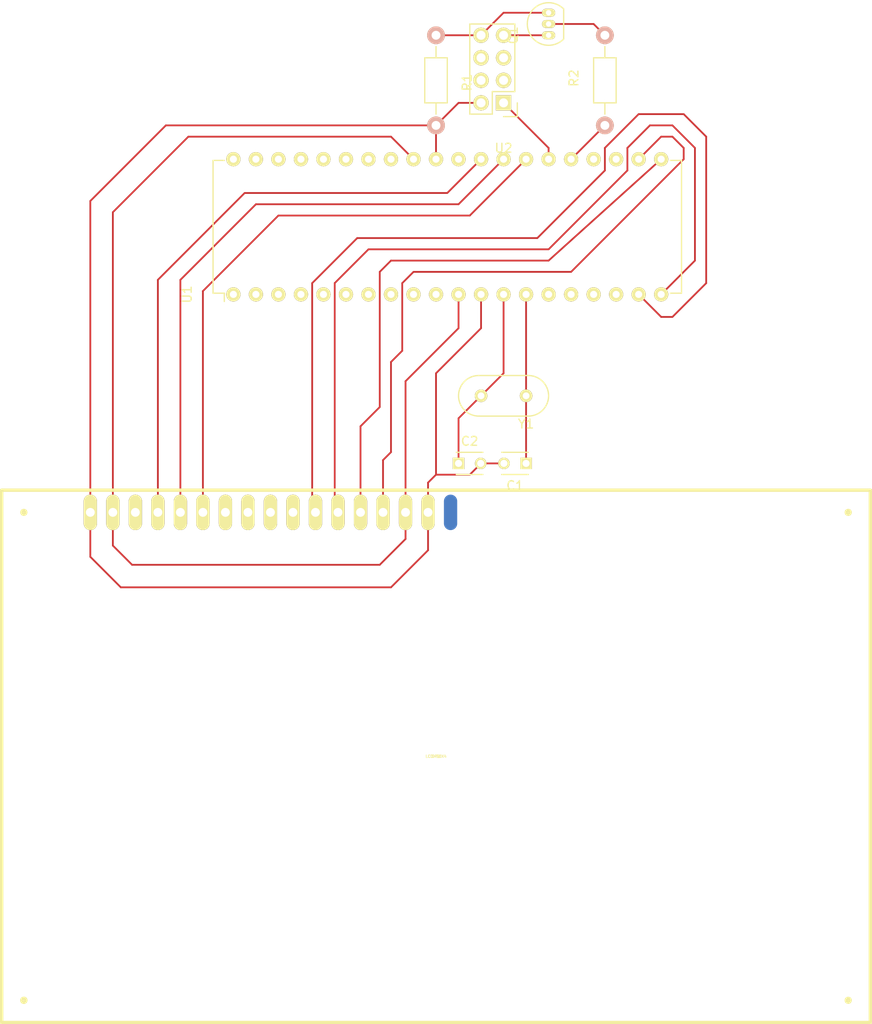
<source format=kicad_pcb>
(kicad_pcb (version 4) (host pcbnew 4.0.1-stable)

  (general
    (links 27)
    (no_connects 1)
    (area 56.020359 78.374999 154.799641 194.220441)
    (thickness 1.6)
    (drawings 0)
    (tracks 101)
    (zones 0)
    (modules 9)
    (nets 51)
  )

  (page A4)
  (layers
    (0 F.Cu signal)
    (31 B.Cu signal)
    (32 B.Adhes user)
    (33 F.Adhes user)
    (34 B.Paste user)
    (35 F.Paste user)
    (36 B.SilkS user)
    (37 F.SilkS user)
    (38 B.Mask user)
    (39 F.Mask user)
    (40 Dwgs.User user)
    (41 Cmts.User user)
    (42 Eco1.User user)
    (43 Eco2.User user)
    (44 Edge.Cuts user)
    (45 Margin user)
    (46 B.CrtYd user)
    (47 F.CrtYd user)
    (48 B.Fab user)
    (49 F.Fab user)
  )

  (setup
    (last_trace_width 0.2)
    (trace_clearance 0.2)
    (zone_clearance 0.508)
    (zone_45_only no)
    (trace_min 0.2)
    (segment_width 0.2)
    (edge_width 0.15)
    (via_size 0.6)
    (via_drill 0.4)
    (via_min_size 0.4)
    (via_min_drill 0.3)
    (uvia_size 0.3)
    (uvia_drill 0.1)
    (uvias_allowed no)
    (uvia_min_size 0.2)
    (uvia_min_drill 0.1)
    (pcb_text_width 0.3)
    (pcb_text_size 1.5 1.5)
    (mod_edge_width 0.15)
    (mod_text_size 1 1)
    (mod_text_width 0.15)
    (pad_size 1.524 1.524)
    (pad_drill 0.762)
    (pad_to_mask_clearance 0.2)
    (aux_axis_origin 0 0)
    (visible_elements 7FFFFFFF)
    (pcbplotparams
      (layerselection 0x00030_80000001)
      (usegerberextensions false)
      (excludeedgelayer true)
      (linewidth 0.100000)
      (plotframeref false)
      (viasonmask false)
      (mode 1)
      (useauxorigin false)
      (hpglpennumber 1)
      (hpglpenspeed 20)
      (hpglpendiameter 15)
      (hpglpenoverlay 2)
      (psnegative false)
      (psa4output false)
      (plotreference true)
      (plotvalue true)
      (plotinvisibletext false)
      (padsonsilk false)
      (subtractmaskfromsilk false)
      (outputformat 1)
      (mirror false)
      (drillshape 1)
      (scaleselection 1)
      (outputdirectory ""))
  )

  (net 0 "")
  (net 1 OSC2)
  (net 2 GND)
  (net 3 "Net-(C2-Pad1)")
  (net 4 +5V)
  (net 5 Contrast)
  (net 6 LCD_RS)
  (net 7 LCD_RW)
  (net 8 LCD_EN)
  (net 9 "Net-(DP1-Pad7)")
  (net 10 "Net-(DP1-Pad8)")
  (net 11 "Net-(DP1-Pad9)")
  (net 12 "Net-(DP1-Pad10)")
  (net 13 "Net-(DP1-Pad11)")
  (net 14 "Net-(DP1-Pad12)")
  (net 15 "Net-(DP1-Pad13)")
  (net 16 "Net-(DP1-Pad14)")
  (net 17 "Net-(Q1-Pad2)")
  (net 18 "Net-(Q1-Pad3)")
  (net 19 3V3)
  (net 20 "Net-(R2-Pad1)")
  (net 21 "Net-(U1-Pad1)")
  (net 22 Temperature_ADC)
  (net 23 Pressure_ADC)
  (net 24 Humidity_ADC)
  (net 25 "Net-(U1-Pad5)")
  (net 26 "Net-(U1-Pad6)")
  (net 27 "Net-(U1-Pad7)")
  (net 28 "Net-(U1-Pad8)")
  (net 29 "Net-(U1-Pad9)")
  (net 30 "Net-(U1-Pad10)")
  (net 31 "Net-(U1-Pad15)")
  (net 32 "Net-(U1-Pad16)")
  (net 33 "Net-(U1-Pad17)")
  (net 34 "Net-(U1-Pad18)")
  (net 35 "Net-(U1-Pad23)")
  (net 36 "Net-(U1-Pad24)")
  (net 37 PIC_RX)
  (net 38 "Net-(U1-Pad30)")
  (net 39 "Net-(U1-Pad33)")
  (net 40 "Net-(U1-Pad34)")
  (net 41 "Net-(U1-Pad35)")
  (net 42 "Net-(U1-Pad36)")
  (net 43 "Net-(U1-Pad37)")
  (net 44 "Net-(U1-Pad38)")
  (net 45 "Net-(U1-Pad39)")
  (net 46 "Net-(U1-Pad40)")
  (net 47 "Net-(U2-Pad3)")
  (net 48 "Net-(U2-Pad4)")
  (net 49 "Net-(U2-Pad5)")
  (net 50 "Net-(U2-Pad6)")

  (net_class Default "This is the default net class."
    (clearance 0.2)
    (trace_width 0.2)
    (via_dia 0.6)
    (via_drill 0.4)
    (uvia_dia 0.3)
    (uvia_drill 0.1)
    (add_net +5V)
    (add_net 3V3)
    (add_net Contrast)
    (add_net GND)
    (add_net Humidity_ADC)
    (add_net LCD_EN)
    (add_net LCD_RS)
    (add_net LCD_RW)
    (add_net "Net-(C2-Pad1)")
    (add_net "Net-(DP1-Pad10)")
    (add_net "Net-(DP1-Pad11)")
    (add_net "Net-(DP1-Pad12)")
    (add_net "Net-(DP1-Pad13)")
    (add_net "Net-(DP1-Pad14)")
    (add_net "Net-(DP1-Pad7)")
    (add_net "Net-(DP1-Pad8)")
    (add_net "Net-(DP1-Pad9)")
    (add_net "Net-(Q1-Pad2)")
    (add_net "Net-(Q1-Pad3)")
    (add_net "Net-(R2-Pad1)")
    (add_net "Net-(U1-Pad1)")
    (add_net "Net-(U1-Pad10)")
    (add_net "Net-(U1-Pad15)")
    (add_net "Net-(U1-Pad16)")
    (add_net "Net-(U1-Pad17)")
    (add_net "Net-(U1-Pad18)")
    (add_net "Net-(U1-Pad23)")
    (add_net "Net-(U1-Pad24)")
    (add_net "Net-(U1-Pad30)")
    (add_net "Net-(U1-Pad33)")
    (add_net "Net-(U1-Pad34)")
    (add_net "Net-(U1-Pad35)")
    (add_net "Net-(U1-Pad36)")
    (add_net "Net-(U1-Pad37)")
    (add_net "Net-(U1-Pad38)")
    (add_net "Net-(U1-Pad39)")
    (add_net "Net-(U1-Pad40)")
    (add_net "Net-(U1-Pad5)")
    (add_net "Net-(U1-Pad6)")
    (add_net "Net-(U1-Pad7)")
    (add_net "Net-(U1-Pad8)")
    (add_net "Net-(U1-Pad9)")
    (add_net "Net-(U2-Pad3)")
    (add_net "Net-(U2-Pad4)")
    (add_net "Net-(U2-Pad5)")
    (add_net "Net-(U2-Pad6)")
    (add_net OSC2)
    (add_net PIC_RX)
    (add_net Pressure_ADC)
    (add_net Temperature_ADC)
  )

  (module Capacitors_ThroughHole:C_Disc_D3_P2.5 (layer F.Cu) (tedit 0) (tstamp 576AA766)
    (at 115.57 130.81 180)
    (descr "Capacitor 3mm Disc, Pitch 2.5mm")
    (tags Capacitor)
    (path /576A90BC)
    (fp_text reference C1 (at 1.25 -2.5 180) (layer F.SilkS)
      (effects (font (size 1 1) (thickness 0.15)))
    )
    (fp_text value 22pF (at 1.25 2.5 180) (layer F.Fab)
      (effects (font (size 1 1) (thickness 0.15)))
    )
    (fp_line (start -0.9 -1.5) (end 3.4 -1.5) (layer F.CrtYd) (width 0.05))
    (fp_line (start 3.4 -1.5) (end 3.4 1.5) (layer F.CrtYd) (width 0.05))
    (fp_line (start 3.4 1.5) (end -0.9 1.5) (layer F.CrtYd) (width 0.05))
    (fp_line (start -0.9 1.5) (end -0.9 -1.5) (layer F.CrtYd) (width 0.05))
    (fp_line (start -0.25 -1.25) (end 2.75 -1.25) (layer F.SilkS) (width 0.15))
    (fp_line (start 2.75 1.25) (end -0.25 1.25) (layer F.SilkS) (width 0.15))
    (pad 1 thru_hole rect (at 0 0 180) (size 1.3 1.3) (drill 0.8) (layers *.Cu *.Mask F.SilkS)
      (net 1 OSC2))
    (pad 2 thru_hole circle (at 2.5 0 180) (size 1.3 1.3) (drill 0.8001) (layers *.Cu *.Mask F.SilkS)
      (net 2 GND))
    (model Capacitors_ThroughHole.3dshapes/C_Disc_D3_P2.5.wrl
      (at (xyz 0.0492126 0 0))
      (scale (xyz 1 1 1))
      (rotate (xyz 0 0 0))
    )
  )

  (module Capacitors_ThroughHole:C_Disc_D3_P2.5 (layer F.Cu) (tedit 0) (tstamp 576AA76C)
    (at 107.95 130.81)
    (descr "Capacitor 3mm Disc, Pitch 2.5mm")
    (tags Capacitor)
    (path /576A92E7)
    (fp_text reference C2 (at 1.25 -2.5) (layer F.SilkS)
      (effects (font (size 1 1) (thickness 0.15)))
    )
    (fp_text value 22pF (at 1.25 2.5) (layer F.Fab)
      (effects (font (size 1 1) (thickness 0.15)))
    )
    (fp_line (start -0.9 -1.5) (end 3.4 -1.5) (layer F.CrtYd) (width 0.05))
    (fp_line (start 3.4 -1.5) (end 3.4 1.5) (layer F.CrtYd) (width 0.05))
    (fp_line (start 3.4 1.5) (end -0.9 1.5) (layer F.CrtYd) (width 0.05))
    (fp_line (start -0.9 1.5) (end -0.9 -1.5) (layer F.CrtYd) (width 0.05))
    (fp_line (start -0.25 -1.25) (end 2.75 -1.25) (layer F.SilkS) (width 0.15))
    (fp_line (start 2.75 1.25) (end -0.25 1.25) (layer F.SilkS) (width 0.15))
    (pad 1 thru_hole rect (at 0 0) (size 1.3 1.3) (drill 0.8) (layers *.Cu *.Mask F.SilkS)
      (net 3 "Net-(C2-Pad1)"))
    (pad 2 thru_hole circle (at 2.5 0) (size 1.3 1.3) (drill 0.8001) (layers *.Cu *.Mask F.SilkS)
      (net 2 GND))
    (model Capacitors_ThroughHole.3dshapes/C_Disc_D3_P2.5.wrl
      (at (xyz 0.0492126 0 0))
      (scale (xyz 1 1 1))
      (rotate (xyz 0 0 0))
    )
  )

  (module ThinkerForge:LCD-20x4 (layer F.Cu) (tedit 507F9DBA) (tstamp 576AA781)
    (at 105.41 163.83)
    (path /576946D8)
    (attr smd)
    (fp_text reference DP1 (at 0 0) (layer F.SilkS)
      (effects (font (size 0.29972 0.29972) (thickness 0.0762)))
    )
    (fp_text value LCD-20X4 (at 0 0) (layer F.SilkS)
      (effects (font (size 0.29972 0.29972) (thickness 0.0762)))
    )
    (fp_circle (center -46.49978 -27.50058) (end -46.49978 -27.47518) (layer F.SilkS) (width 0.381))
    (fp_circle (center 46.49978 -27.50058) (end 46.49978 -27.47518) (layer F.SilkS) (width 0.381))
    (fp_circle (center 46.49978 27.50058) (end 46.49978 27.52598) (layer F.SilkS) (width 0.381))
    (fp_circle (center -46.49978 27.50058) (end -46.47438 27.52598) (layer F.SilkS) (width 0.381))
    (fp_line (start -48.99914 -29.99994) (end 48.99914 -29.99994) (layer F.SilkS) (width 0.381))
    (fp_line (start 48.99914 -29.99994) (end 48.99914 29.99994) (layer F.SilkS) (width 0.381))
    (fp_line (start 48.99914 29.99994) (end -48.99914 29.99994) (layer F.SilkS) (width 0.381))
    (fp_line (start -48.99914 29.99994) (end -48.99914 -29.99994) (layer F.SilkS) (width 0.381))
    (pad 1 thru_hole oval (at -38.99916 -27.50058) (size 1.50114 4.0005) (drill 1.00076) (layers *.Cu *.Mask F.SilkS)
      (net 2 GND))
    (pad 2 thru_hole oval (at -36.45916 -27.50058) (size 1.50114 4.0005) (drill 1.00076) (layers *.Cu *.Mask F.SilkS)
      (net 4 +5V))
    (pad 3 thru_hole oval (at -33.91916 -27.50058) (size 1.50114 4.0005) (drill 1.00076) (layers *.Cu *.Mask F.SilkS)
      (net 5 Contrast))
    (pad 4 thru_hole oval (at -31.37916 -27.50058) (size 1.50114 4.0005) (drill 1.00076) (layers *.Cu *.Mask F.SilkS)
      (net 6 LCD_RS))
    (pad 5 thru_hole oval (at -28.83916 -27.50058) (size 1.50114 4.0005) (drill 1.00076) (layers *.Cu *.Mask F.SilkS)
      (net 7 LCD_RW))
    (pad 6 thru_hole oval (at -26.29916 -27.50058) (size 1.50114 4.0005) (drill 1.00076) (layers *.Cu *.Mask F.SilkS)
      (net 8 LCD_EN))
    (pad 7 thru_hole oval (at -23.75916 -27.50058) (size 1.50114 4.0005) (drill 1.00076) (layers *.Cu *.Mask F.SilkS)
      (net 9 "Net-(DP1-Pad7)"))
    (pad 8 thru_hole oval (at -21.21916 -27.50058) (size 1.50114 4.0005) (drill 1.00076) (layers *.Cu *.Mask F.SilkS)
      (net 10 "Net-(DP1-Pad8)"))
    (pad 9 thru_hole oval (at -18.67916 -27.50058) (size 1.50114 4.0005) (drill 1.00076) (layers *.Cu *.Mask F.SilkS)
      (net 11 "Net-(DP1-Pad9)"))
    (pad 10 thru_hole oval (at -16.13916 -27.50058) (size 1.50114 4.0005) (drill 1.00076) (layers *.Cu *.Mask F.SilkS)
      (net 12 "Net-(DP1-Pad10)"))
    (pad 11 thru_hole oval (at -13.59916 -27.50058) (size 1.50114 4.0005) (drill 1.00076) (layers *.Cu *.Mask F.SilkS)
      (net 13 "Net-(DP1-Pad11)"))
    (pad 12 thru_hole oval (at -11.05916 -27.50058) (size 1.50114 4.0005) (drill 1.00076) (layers *.Cu *.Mask F.SilkS)
      (net 14 "Net-(DP1-Pad12)"))
    (pad 13 thru_hole oval (at -8.51916 -27.50058) (size 1.50114 4.0005) (drill 1.00076) (layers *.Cu *.Mask F.SilkS)
      (net 15 "Net-(DP1-Pad13)"))
    (pad 14 thru_hole oval (at -5.97916 -27.50058) (size 1.50114 4.0005) (drill 1.00076) (layers *.Cu *.Mask F.SilkS)
      (net 16 "Net-(DP1-Pad14)"))
    (pad 15 thru_hole oval (at -3.43916 -27.50058) (size 1.50114 4.0005) (drill 1.00076) (layers *.Cu *.Mask F.SilkS)
      (net 4 +5V))
    (pad 16 thru_hole oval (at -0.89916 -27.50058) (size 1.50114 4.0005) (drill 1.00076) (layers *.Cu *.Mask F.SilkS)
      (net 2 GND))
    (pad "" smd oval (at 1.64084 -27.50058) (size 1.50114 4.0005) (layers B.Cu B.Paste B.Mask))
  )

  (module TO_SOT_Packages_THT:TO-92_Inline_Narrow_Oval (layer F.Cu) (tedit 54F24281) (tstamp 576AA788)
    (at 118.11 82.55 90)
    (descr "TO-92 leads in-line, narrow, oval pads, drill 0.6mm (see NXP sot054_po.pdf)")
    (tags "to-92 sc-43 sc-43a sot54 PA33 transistor")
    (path /576A9ED8)
    (fp_text reference Q1 (at 0 -4 90) (layer F.SilkS)
      (effects (font (size 1 1) (thickness 0.15)))
    )
    (fp_text value 2N3904 (at 0 3 90) (layer F.Fab)
      (effects (font (size 1 1) (thickness 0.15)))
    )
    (fp_line (start -1.4 1.95) (end -1.4 -2.65) (layer F.CrtYd) (width 0.05))
    (fp_line (start -1.4 1.95) (end 3.95 1.95) (layer F.CrtYd) (width 0.05))
    (fp_line (start -0.43 1.7) (end 2.97 1.7) (layer F.SilkS) (width 0.15))
    (fp_arc (start 1.27 0) (end 1.27 -2.4) (angle -135) (layer F.SilkS) (width 0.15))
    (fp_arc (start 1.27 0) (end 1.27 -2.4) (angle 135) (layer F.SilkS) (width 0.15))
    (fp_line (start -1.4 -2.65) (end 3.95 -2.65) (layer F.CrtYd) (width 0.05))
    (fp_line (start 3.95 1.95) (end 3.95 -2.65) (layer F.CrtYd) (width 0.05))
    (pad 2 thru_hole oval (at 1.27 0 270) (size 0.89916 1.50114) (drill 0.6) (layers *.Cu *.Mask F.SilkS)
      (net 17 "Net-(Q1-Pad2)"))
    (pad 3 thru_hole oval (at 2.54 0 270) (size 0.89916 1.50114) (drill 0.6) (layers *.Cu *.Mask F.SilkS)
      (net 18 "Net-(Q1-Pad3)"))
    (pad 1 thru_hole oval (at 0 0 270) (size 0.89916 1.50114) (drill 0.6) (layers *.Cu *.Mask F.SilkS)
      (net 19 3V3))
    (model TO_SOT_Packages_THT.3dshapes/TO-92_Inline_Narrow_Oval.wrl
      (at (xyz 0.05 0 0))
      (scale (xyz 1 1 1))
      (rotate (xyz 0 0 -90))
    )
  )

  (module Resistors_ThroughHole:Resistor_Horizontal_RM10mm (layer F.Cu) (tedit 56648415) (tstamp 576AA78E)
    (at 105.41 82.55 270)
    (descr "Resistor, Axial,  RM 10mm, 1/3W")
    (tags "Resistor Axial RM 10mm 1/3W")
    (path /576A9F95)
    (fp_text reference R1 (at 5.32892 -3.50012 270) (layer F.SilkS)
      (effects (font (size 1 1) (thickness 0.15)))
    )
    (fp_text value 10kΩ (at 5.08 3.81 270) (layer F.Fab)
      (effects (font (size 1 1) (thickness 0.15)))
    )
    (fp_line (start -1.25 -1.5) (end 11.4 -1.5) (layer F.CrtYd) (width 0.05))
    (fp_line (start -1.25 1.5) (end -1.25 -1.5) (layer F.CrtYd) (width 0.05))
    (fp_line (start 11.4 -1.5) (end 11.4 1.5) (layer F.CrtYd) (width 0.05))
    (fp_line (start -1.25 1.5) (end 11.4 1.5) (layer F.CrtYd) (width 0.05))
    (fp_line (start 2.54 -1.27) (end 7.62 -1.27) (layer F.SilkS) (width 0.15))
    (fp_line (start 7.62 -1.27) (end 7.62 1.27) (layer F.SilkS) (width 0.15))
    (fp_line (start 7.62 1.27) (end 2.54 1.27) (layer F.SilkS) (width 0.15))
    (fp_line (start 2.54 1.27) (end 2.54 -1.27) (layer F.SilkS) (width 0.15))
    (fp_line (start 2.54 0) (end 1.27 0) (layer F.SilkS) (width 0.15))
    (fp_line (start 7.62 0) (end 8.89 0) (layer F.SilkS) (width 0.15))
    (pad 1 thru_hole circle (at 0 0 270) (size 1.99898 1.99898) (drill 1.00076) (layers *.Cu *.SilkS *.Mask)
      (net 18 "Net-(Q1-Pad3)"))
    (pad 2 thru_hole circle (at 10.16 0 270) (size 1.99898 1.99898) (drill 1.00076) (layers *.Cu *.SilkS *.Mask)
      (net 2 GND))
    (model Resistors_ThroughHole.3dshapes/Resistor_Horizontal_RM10mm.wrl
      (at (xyz 0.2 0 0))
      (scale (xyz 0.4 0.4 0.4))
      (rotate (xyz 0 0 0))
    )
  )

  (module Resistors_ThroughHole:Resistor_Horizontal_RM10mm (layer F.Cu) (tedit 56648415) (tstamp 576AA794)
    (at 124.46 92.71 90)
    (descr "Resistor, Axial,  RM 10mm, 1/3W")
    (tags "Resistor Axial RM 10mm 1/3W")
    (path /576AA909)
    (fp_text reference R2 (at 5.32892 -3.50012 90) (layer F.SilkS)
      (effects (font (size 1 1) (thickness 0.15)))
    )
    (fp_text value 1.2kΩ (at 5.08 3.81 90) (layer F.Fab)
      (effects (font (size 1 1) (thickness 0.15)))
    )
    (fp_line (start -1.25 -1.5) (end 11.4 -1.5) (layer F.CrtYd) (width 0.05))
    (fp_line (start -1.25 1.5) (end -1.25 -1.5) (layer F.CrtYd) (width 0.05))
    (fp_line (start 11.4 -1.5) (end 11.4 1.5) (layer F.CrtYd) (width 0.05))
    (fp_line (start -1.25 1.5) (end 11.4 1.5) (layer F.CrtYd) (width 0.05))
    (fp_line (start 2.54 -1.27) (end 7.62 -1.27) (layer F.SilkS) (width 0.15))
    (fp_line (start 7.62 -1.27) (end 7.62 1.27) (layer F.SilkS) (width 0.15))
    (fp_line (start 7.62 1.27) (end 2.54 1.27) (layer F.SilkS) (width 0.15))
    (fp_line (start 2.54 1.27) (end 2.54 -1.27) (layer F.SilkS) (width 0.15))
    (fp_line (start 2.54 0) (end 1.27 0) (layer F.SilkS) (width 0.15))
    (fp_line (start 7.62 0) (end 8.89 0) (layer F.SilkS) (width 0.15))
    (pad 1 thru_hole circle (at 0 0 90) (size 1.99898 1.99898) (drill 1.00076) (layers *.Cu *.SilkS *.Mask)
      (net 20 "Net-(R2-Pad1)"))
    (pad 2 thru_hole circle (at 10.16 0 90) (size 1.99898 1.99898) (drill 1.00076) (layers *.Cu *.SilkS *.Mask)
      (net 17 "Net-(Q1-Pad2)"))
    (model Resistors_ThroughHole.3dshapes/Resistor_Horizontal_RM10mm.wrl
      (at (xyz 0.2 0 0))
      (scale (xyz 0.4 0.4 0.4))
      (rotate (xyz 0 0 0))
    )
  )

  (module Housings_DIP:DIP-40_W15.24mm (layer F.Cu) (tedit 54130A77) (tstamp 576AA7C0)
    (at 82.55 111.76 90)
    (descr "40-lead dip package, row spacing 15.24 mm (600 mils)")
    (tags "dil dip 2.54 600")
    (path /57693FD5)
    (fp_text reference U1 (at 0 -5.22 90) (layer F.SilkS)
      (effects (font (size 1 1) (thickness 0.15)))
    )
    (fp_text value PIC18F4550 (at 0 -3.72 90) (layer F.Fab)
      (effects (font (size 1 1) (thickness 0.15)))
    )
    (fp_line (start -1.05 -2.45) (end -1.05 50.75) (layer F.CrtYd) (width 0.05))
    (fp_line (start 16.3 -2.45) (end 16.3 50.75) (layer F.CrtYd) (width 0.05))
    (fp_line (start -1.05 -2.45) (end 16.3 -2.45) (layer F.CrtYd) (width 0.05))
    (fp_line (start -1.05 50.75) (end 16.3 50.75) (layer F.CrtYd) (width 0.05))
    (fp_line (start 0.135 -2.295) (end 0.135 -1.025) (layer F.SilkS) (width 0.15))
    (fp_line (start 15.105 -2.295) (end 15.105 -1.025) (layer F.SilkS) (width 0.15))
    (fp_line (start 15.105 50.555) (end 15.105 49.285) (layer F.SilkS) (width 0.15))
    (fp_line (start 0.135 50.555) (end 0.135 49.285) (layer F.SilkS) (width 0.15))
    (fp_line (start 0.135 -2.295) (end 15.105 -2.295) (layer F.SilkS) (width 0.15))
    (fp_line (start 0.135 50.555) (end 15.105 50.555) (layer F.SilkS) (width 0.15))
    (fp_line (start 0.135 -1.025) (end -0.8 -1.025) (layer F.SilkS) (width 0.15))
    (pad 1 thru_hole oval (at 0 0 90) (size 1.6 1.6) (drill 0.8) (layers *.Cu *.Mask F.SilkS)
      (net 21 "Net-(U1-Pad1)"))
    (pad 2 thru_hole oval (at 0 2.54 90) (size 1.6 1.6) (drill 0.8) (layers *.Cu *.Mask F.SilkS)
      (net 22 Temperature_ADC))
    (pad 3 thru_hole oval (at 0 5.08 90) (size 1.6 1.6) (drill 0.8) (layers *.Cu *.Mask F.SilkS)
      (net 23 Pressure_ADC))
    (pad 4 thru_hole oval (at 0 7.62 90) (size 1.6 1.6) (drill 0.8) (layers *.Cu *.Mask F.SilkS)
      (net 24 Humidity_ADC))
    (pad 5 thru_hole oval (at 0 10.16 90) (size 1.6 1.6) (drill 0.8) (layers *.Cu *.Mask F.SilkS)
      (net 25 "Net-(U1-Pad5)"))
    (pad 6 thru_hole oval (at 0 12.7 90) (size 1.6 1.6) (drill 0.8) (layers *.Cu *.Mask F.SilkS)
      (net 26 "Net-(U1-Pad6)"))
    (pad 7 thru_hole oval (at 0 15.24 90) (size 1.6 1.6) (drill 0.8) (layers *.Cu *.Mask F.SilkS)
      (net 27 "Net-(U1-Pad7)"))
    (pad 8 thru_hole oval (at 0 17.78 90) (size 1.6 1.6) (drill 0.8) (layers *.Cu *.Mask F.SilkS)
      (net 28 "Net-(U1-Pad8)"))
    (pad 9 thru_hole oval (at 0 20.32 90) (size 1.6 1.6) (drill 0.8) (layers *.Cu *.Mask F.SilkS)
      (net 29 "Net-(U1-Pad9)"))
    (pad 10 thru_hole oval (at 0 22.86 90) (size 1.6 1.6) (drill 0.8) (layers *.Cu *.Mask F.SilkS)
      (net 30 "Net-(U1-Pad10)"))
    (pad 11 thru_hole oval (at 0 25.4 90) (size 1.6 1.6) (drill 0.8) (layers *.Cu *.Mask F.SilkS)
      (net 4 +5V))
    (pad 12 thru_hole oval (at 0 27.94 90) (size 1.6 1.6) (drill 0.8) (layers *.Cu *.Mask F.SilkS)
      (net 2 GND))
    (pad 13 thru_hole oval (at 0 30.48 90) (size 1.6 1.6) (drill 0.8) (layers *.Cu *.Mask F.SilkS)
      (net 3 "Net-(C2-Pad1)"))
    (pad 14 thru_hole oval (at 0 33.02 90) (size 1.6 1.6) (drill 0.8) (layers *.Cu *.Mask F.SilkS)
      (net 1 OSC2))
    (pad 15 thru_hole oval (at 0 35.56 90) (size 1.6 1.6) (drill 0.8) (layers *.Cu *.Mask F.SilkS)
      (net 31 "Net-(U1-Pad15)"))
    (pad 16 thru_hole oval (at 0 38.1 90) (size 1.6 1.6) (drill 0.8) (layers *.Cu *.Mask F.SilkS)
      (net 32 "Net-(U1-Pad16)"))
    (pad 17 thru_hole oval (at 0 40.64 90) (size 1.6 1.6) (drill 0.8) (layers *.Cu *.Mask F.SilkS)
      (net 33 "Net-(U1-Pad17)"))
    (pad 18 thru_hole oval (at 0 43.18 90) (size 1.6 1.6) (drill 0.8) (layers *.Cu *.Mask F.SilkS)
      (net 34 "Net-(U1-Pad18)"))
    (pad 19 thru_hole oval (at 0 45.72 90) (size 1.6 1.6) (drill 0.8) (layers *.Cu *.Mask F.SilkS)
      (net 13 "Net-(DP1-Pad11)"))
    (pad 20 thru_hole oval (at 0 48.26 90) (size 1.6 1.6) (drill 0.8) (layers *.Cu *.Mask F.SilkS)
      (net 14 "Net-(DP1-Pad12)"))
    (pad 21 thru_hole oval (at 15.24 48.26 90) (size 1.6 1.6) (drill 0.8) (layers *.Cu *.Mask F.SilkS)
      (net 15 "Net-(DP1-Pad13)"))
    (pad 22 thru_hole oval (at 15.24 45.72 90) (size 1.6 1.6) (drill 0.8) (layers *.Cu *.Mask F.SilkS)
      (net 16 "Net-(DP1-Pad14)"))
    (pad 23 thru_hole oval (at 15.24 43.18 90) (size 1.6 1.6) (drill 0.8) (layers *.Cu *.Mask F.SilkS)
      (net 35 "Net-(U1-Pad23)"))
    (pad 24 thru_hole oval (at 15.24 40.64 90) (size 1.6 1.6) (drill 0.8) (layers *.Cu *.Mask F.SilkS)
      (net 36 "Net-(U1-Pad24)"))
    (pad 25 thru_hole oval (at 15.24 38.1 90) (size 1.6 1.6) (drill 0.8) (layers *.Cu *.Mask F.SilkS)
      (net 20 "Net-(R2-Pad1)"))
    (pad 26 thru_hole oval (at 15.24 35.56 90) (size 1.6 1.6) (drill 0.8) (layers *.Cu *.Mask F.SilkS)
      (net 37 PIC_RX))
    (pad 27 thru_hole oval (at 15.24 33.02 90) (size 1.6 1.6) (drill 0.8) (layers *.Cu *.Mask F.SilkS)
      (net 8 LCD_EN))
    (pad 28 thru_hole oval (at 15.24 30.48 90) (size 1.6 1.6) (drill 0.8) (layers *.Cu *.Mask F.SilkS)
      (net 7 LCD_RW))
    (pad 29 thru_hole oval (at 15.24 27.94 90) (size 1.6 1.6) (drill 0.8) (layers *.Cu *.Mask F.SilkS)
      (net 6 LCD_RS))
    (pad 30 thru_hole oval (at 15.24 25.4 90) (size 1.6 1.6) (drill 0.8) (layers *.Cu *.Mask F.SilkS)
      (net 38 "Net-(U1-Pad30)"))
    (pad 31 thru_hole oval (at 15.24 22.86 90) (size 1.6 1.6) (drill 0.8) (layers *.Cu *.Mask F.SilkS)
      (net 2 GND))
    (pad 32 thru_hole oval (at 15.24 20.32 90) (size 1.6 1.6) (drill 0.8) (layers *.Cu *.Mask F.SilkS)
      (net 4 +5V))
    (pad 33 thru_hole oval (at 15.24 17.78 90) (size 1.6 1.6) (drill 0.8) (layers *.Cu *.Mask F.SilkS)
      (net 39 "Net-(U1-Pad33)"))
    (pad 34 thru_hole oval (at 15.24 15.24 90) (size 1.6 1.6) (drill 0.8) (layers *.Cu *.Mask F.SilkS)
      (net 40 "Net-(U1-Pad34)"))
    (pad 35 thru_hole oval (at 15.24 12.7 90) (size 1.6 1.6) (drill 0.8) (layers *.Cu *.Mask F.SilkS)
      (net 41 "Net-(U1-Pad35)"))
    (pad 36 thru_hole oval (at 15.24 10.16 90) (size 1.6 1.6) (drill 0.8) (layers *.Cu *.Mask F.SilkS)
      (net 42 "Net-(U1-Pad36)"))
    (pad 37 thru_hole oval (at 15.24 7.62 90) (size 1.6 1.6) (drill 0.8) (layers *.Cu *.Mask F.SilkS)
      (net 43 "Net-(U1-Pad37)"))
    (pad 38 thru_hole oval (at 15.24 5.08 90) (size 1.6 1.6) (drill 0.8) (layers *.Cu *.Mask F.SilkS)
      (net 44 "Net-(U1-Pad38)"))
    (pad 39 thru_hole oval (at 15.24 2.54 90) (size 1.6 1.6) (drill 0.8) (layers *.Cu *.Mask F.SilkS)
      (net 45 "Net-(U1-Pad39)"))
    (pad 40 thru_hole oval (at 15.24 0 90) (size 1.6 1.6) (drill 0.8) (layers *.Cu *.Mask F.SilkS)
      (net 46 "Net-(U1-Pad40)"))
    (model Housings_DIP.3dshapes/DIP-40_W15.24mm.wrl
      (at (xyz 0 0 0))
      (scale (xyz 1 1 1))
      (rotate (xyz 0 0 0))
    )
  )

  (module Pin_Headers:Pin_Header_Straight_2x04 (layer F.Cu) (tedit 0) (tstamp 576AA7CC)
    (at 113.03 90.17 180)
    (descr "Through hole pin header")
    (tags "pin header")
    (path /576A9C19)
    (fp_text reference U2 (at 0 -5.1 180) (layer F.SilkS)
      (effects (font (size 1 1) (thickness 0.15)))
    )
    (fp_text value ESP-8266 (at 0 -3.1 180) (layer F.Fab)
      (effects (font (size 1 1) (thickness 0.15)))
    )
    (fp_line (start -1.75 -1.75) (end -1.75 9.4) (layer F.CrtYd) (width 0.05))
    (fp_line (start 4.3 -1.75) (end 4.3 9.4) (layer F.CrtYd) (width 0.05))
    (fp_line (start -1.75 -1.75) (end 4.3 -1.75) (layer F.CrtYd) (width 0.05))
    (fp_line (start -1.75 9.4) (end 4.3 9.4) (layer F.CrtYd) (width 0.05))
    (fp_line (start -1.27 1.27) (end -1.27 8.89) (layer F.SilkS) (width 0.15))
    (fp_line (start -1.27 8.89) (end 3.81 8.89) (layer F.SilkS) (width 0.15))
    (fp_line (start 3.81 8.89) (end 3.81 -1.27) (layer F.SilkS) (width 0.15))
    (fp_line (start 3.81 -1.27) (end 1.27 -1.27) (layer F.SilkS) (width 0.15))
    (fp_line (start 0 -1.55) (end -1.55 -1.55) (layer F.SilkS) (width 0.15))
    (fp_line (start 1.27 -1.27) (end 1.27 1.27) (layer F.SilkS) (width 0.15))
    (fp_line (start 1.27 1.27) (end -1.27 1.27) (layer F.SilkS) (width 0.15))
    (fp_line (start -1.55 -1.55) (end -1.55 0) (layer F.SilkS) (width 0.15))
    (pad 1 thru_hole rect (at 0 0 180) (size 1.7272 1.7272) (drill 1.016) (layers *.Cu *.Mask F.SilkS)
      (net 37 PIC_RX))
    (pad 2 thru_hole oval (at 2.54 0 180) (size 1.7272 1.7272) (drill 1.016) (layers *.Cu *.Mask F.SilkS)
      (net 2 GND))
    (pad 3 thru_hole oval (at 0 2.54 180) (size 1.7272 1.7272) (drill 1.016) (layers *.Cu *.Mask F.SilkS)
      (net 47 "Net-(U2-Pad3)"))
    (pad 4 thru_hole oval (at 2.54 2.54 180) (size 1.7272 1.7272) (drill 1.016) (layers *.Cu *.Mask F.SilkS)
      (net 48 "Net-(U2-Pad4)"))
    (pad 5 thru_hole oval (at 0 5.08 180) (size 1.7272 1.7272) (drill 1.016) (layers *.Cu *.Mask F.SilkS)
      (net 49 "Net-(U2-Pad5)"))
    (pad 6 thru_hole oval (at 2.54 5.08 180) (size 1.7272 1.7272) (drill 1.016) (layers *.Cu *.Mask F.SilkS)
      (net 50 "Net-(U2-Pad6)"))
    (pad 7 thru_hole oval (at 0 7.62 180) (size 1.7272 1.7272) (drill 1.016) (layers *.Cu *.Mask F.SilkS)
      (net 19 3V3))
    (pad 8 thru_hole oval (at 2.54 7.62 180) (size 1.7272 1.7272) (drill 1.016) (layers *.Cu *.Mask F.SilkS)
      (net 18 "Net-(Q1-Pad3)"))
    (model Pin_Headers.3dshapes/Pin_Header_Straight_2x04.wrl
      (at (xyz 0.05 -0.15 0))
      (scale (xyz 1 1 1))
      (rotate (xyz 0 0 90))
    )
  )

  (module Crystals:HC-49V (layer F.Cu) (tedit 56D4D4E4) (tstamp 576AA7D2)
    (at 115.57 123.19 180)
    (descr "Quartz boitier HC-49 Vertical")
    (tags "QUARTZ DEV")
    (path /576940C5)
    (fp_text reference Y1 (at 0 -3.175 180) (layer F.SilkS)
      (effects (font (size 1 1) (thickness 0.15)))
    )
    (fp_text value 20Mhz (at 0 3.175 180) (layer F.Fab)
      (effects (font (size 1 1) (thickness 0.15)))
    )
    (fp_line (start 5.35 2.8) (end -0.25 2.8) (layer F.CrtYd) (width 0.05))
    (fp_line (start -0.25 -2.8) (end 5.35 -2.8) (layer F.CrtYd) (width 0.05))
    (fp_arc (start -0.25 0) (end -0.25 2.8) (angle 180) (layer F.CrtYd) (width 0.05))
    (fp_arc (start 5.35 0) (end 5.35 -2.8) (angle 180) (layer F.CrtYd) (width 0.05))
    (fp_arc (start 5.334 0) (end 5.334 -2.286) (angle 180) (layer F.SilkS) (width 0.15))
    (fp_arc (start -0.254 0) (end -0.254 2.286) (angle 180) (layer F.SilkS) (width 0.15))
    (fp_line (start -0.254 2.286) (end 5.334 2.286) (layer F.SilkS) (width 0.15))
    (fp_line (start -0.254 -2.286) (end 5.334 -2.286) (layer F.SilkS) (width 0.15))
    (pad 1 thru_hole circle (at 0 0 180) (size 1.4224 1.4224) (drill 0.762) (layers *.Cu *.Mask F.SilkS)
      (net 1 OSC2))
    (pad 2 thru_hole circle (at 5.08 0 180) (size 1.4224 1.4224) (drill 0.762) (layers *.Cu *.Mask F.SilkS)
      (net 3 "Net-(C2-Pad1)"))
    (model Crystals.3dshapes/HC-49V.wrl
      (at (xyz 0.1 0 0))
      (scale (xyz 1 1 0.2))
      (rotate (xyz 0 0 0))
    )
  )

  (segment (start 115.57 111.76) (end 115.57 123.19) (width 0.2) (layer F.Cu) (net 1))
  (segment (start 115.57 123.19) (end 115.57 130.81) (width 0.2) (layer F.Cu) (net 1) (tstamp 576AA96C))
  (segment (start 66.41084 136.32942) (end 66.41084 101.22916) (width 0.2) (layer F.Cu) (net 2) (status 400000))
  (segment (start 74.93 92.71) (end 105.41 92.71) (width 0.2) (layer F.Cu) (net 2) (tstamp 576AAC8D) (status 800000))
  (segment (start 66.41084 101.22916) (end 74.93 92.71) (width 0.2) (layer F.Cu) (net 2) (tstamp 576AAC8A))
  (segment (start 104.51084 136.32942) (end 104.51084 140.59916) (width 0.2) (layer F.Cu) (net 2) (status 400000))
  (segment (start 66.41084 141.34084) (end 66.41084 136.32942) (width 0.2) (layer F.Cu) (net 2) (tstamp 576AAAE2) (status 800000))
  (segment (start 69.85 144.78) (end 66.41084 141.34084) (width 0.2) (layer F.Cu) (net 2) (tstamp 576AAADD))
  (segment (start 100.33 144.78) (end 69.85 144.78) (width 0.2) (layer F.Cu) (net 2) (tstamp 576AAAD9))
  (segment (start 104.51084 140.59916) (end 100.33 144.78) (width 0.2) (layer F.Cu) (net 2) (tstamp 576AAACE))
  (segment (start 110.49 111.76) (end 110.49 115.57) (width 0.2) (layer F.Cu) (net 2))
  (segment (start 105.41 120.65) (end 105.41 132.08) (width 0.2) (layer F.Cu) (net 2) (tstamp 576AAA47))
  (segment (start 110.49 115.57) (end 105.41 120.65) (width 0.2) (layer F.Cu) (net 2) (tstamp 576AAA43))
  (segment (start 113.07 130.81) (end 110.45 130.81) (width 0.2) (layer F.Cu) (net 2))
  (segment (start 110.45 130.81) (end 110.45 130.85) (width 0.2) (layer F.Cu) (net 2) (tstamp 576AA980))
  (segment (start 110.45 130.85) (end 109.22 132.08) (width 0.2) (layer F.Cu) (net 2) (tstamp 576AA981))
  (segment (start 109.22 132.08) (end 105.41 132.08) (width 0.2) (layer F.Cu) (net 2) (tstamp 576AA9A6))
  (segment (start 105.41 132.08) (end 104.51084 132.97916) (width 0.2) (layer F.Cu) (net 2) (tstamp 576AA9AB))
  (segment (start 104.51084 132.97916) (end 104.51084 136.32942) (width 0.2) (layer F.Cu) (net 2) (tstamp 576AA9B3))
  (segment (start 110.49 90.17) (end 107.95 90.17) (width 0.2) (layer F.Cu) (net 2))
  (segment (start 107.95 90.17) (end 105.41 92.71) (width 0.2) (layer F.Cu) (net 2) (tstamp 576AA8B0))
  (segment (start 105.41 92.71) (end 105.41 96.52) (width 0.2) (layer F.Cu) (net 2) (tstamp 576AA8C4))
  (segment (start 113.03 111.76) (end 113.03 120.65) (width 0.2) (layer F.Cu) (net 3))
  (segment (start 107.95 125.73) (end 107.95 130.81) (width 0.2) (layer F.Cu) (net 3) (tstamp 576AA97A))
  (segment (start 113.03 120.65) (end 107.95 125.73) (width 0.2) (layer F.Cu) (net 3) (tstamp 576AA972))
  (segment (start 68.95084 136.32942) (end 68.95084 102.49916) (width 0.2) (layer F.Cu) (net 4) (status 400000))
  (segment (start 100.33 93.98) (end 102.87 96.52) (width 0.2) (layer F.Cu) (net 4) (tstamp 576AAC86) (status 800000))
  (segment (start 77.47 93.98) (end 100.33 93.98) (width 0.2) (layer F.Cu) (net 4) (tstamp 576AAC84))
  (segment (start 68.95084 102.49916) (end 77.47 93.98) (width 0.2) (layer F.Cu) (net 4) (tstamp 576AAC7A))
  (segment (start 68.95084 136.32942) (end 68.95084 140.07084) (width 0.2) (layer F.Cu) (net 4) (status 400000))
  (segment (start 101.97084 139.32916) (end 101.97084 136.32942) (width 0.2) (layer F.Cu) (net 4) (tstamp 576AAAF3) (status 800000))
  (segment (start 99.06 142.24) (end 101.97084 139.32916) (width 0.2) (layer F.Cu) (net 4) (tstamp 576AAAF0))
  (segment (start 71.12 142.24) (end 99.06 142.24) (width 0.2) (layer F.Cu) (net 4) (tstamp 576AAAEE))
  (segment (start 68.95084 140.07084) (end 71.12 142.24) (width 0.2) (layer F.Cu) (net 4) (tstamp 576AAAEA))
  (segment (start 107.95 111.76) (end 107.95 115.57) (width 0.2) (layer F.Cu) (net 4))
  (segment (start 101.97084 121.54916) (end 101.97084 136.32942) (width 0.2) (layer F.Cu) (net 4) (tstamp 576AAA58))
  (segment (start 107.95 115.57) (end 101.97084 121.54916) (width 0.2) (layer F.Cu) (net 4) (tstamp 576AAA52))
  (segment (start 74.03084 136.32942) (end 74.03084 110.11916) (width 0.2) (layer F.Cu) (net 6) (status 400000))
  (segment (start 106.68 100.33) (end 110.49 96.52) (width 0.2) (layer F.Cu) (net 6) (tstamp 576AAB1A) (status 800000))
  (segment (start 83.82 100.33) (end 106.68 100.33) (width 0.2) (layer F.Cu) (net 6) (tstamp 576AAB16))
  (segment (start 74.03084 110.11916) (end 83.82 100.33) (width 0.2) (layer F.Cu) (net 6) (tstamp 576AAB00))
  (segment (start 113.03 96.52) (end 107.95 101.6) (width 0.2) (layer F.Cu) (net 7) (status 400000))
  (segment (start 76.57084 110.11916) (end 76.57084 136.32942) (width 0.2) (layer F.Cu) (net 7) (tstamp 576AAB29) (status 800000))
  (segment (start 85.09 101.6) (end 76.57084 110.11916) (width 0.2) (layer F.Cu) (net 7) (tstamp 576AAB24))
  (segment (start 107.95 101.6) (end 85.09 101.6) (width 0.2) (layer F.Cu) (net 7) (tstamp 576AAB21))
  (segment (start 79.11084 136.32942) (end 79.11084 111.38916) (width 0.2) (layer F.Cu) (net 8) (status 400000))
  (segment (start 109.22 102.87) (end 115.57 96.52) (width 0.2) (layer F.Cu) (net 8) (tstamp 576AAB37) (status 800000))
  (segment (start 87.63 102.87) (end 109.22 102.87) (width 0.2) (layer F.Cu) (net 8) (tstamp 576AAB33))
  (segment (start 79.11084 111.38916) (end 87.63 102.87) (width 0.2) (layer F.Cu) (net 8) (tstamp 576AAB2F))
  (segment (start 128.27 111.76) (end 130.81 114.3) (width 0.2) (layer F.Cu) (net 13) (status 400000))
  (segment (start 91.44 110.49) (end 91.44 135.95858) (width 0.2) (layer F.Cu) (net 13) (tstamp 576AACF0) (status 800000))
  (segment (start 96.52 105.41) (end 91.44 110.49) (width 0.2) (layer F.Cu) (net 13) (tstamp 576AACED))
  (segment (start 116.84 105.41) (end 96.52 105.41) (width 0.2) (layer F.Cu) (net 13) (tstamp 576AACE5))
  (segment (start 124.46 97.79) (end 116.84 105.41) (width 0.2) (layer F.Cu) (net 13) (tstamp 576AACE1))
  (segment (start 124.46 95.25) (end 124.46 97.79) (width 0.2) (layer F.Cu) (net 13) (tstamp 576AACDF))
  (segment (start 128.27 91.44) (end 124.46 95.25) (width 0.2) (layer F.Cu) (net 13) (tstamp 576AACDD))
  (segment (start 133.35 91.44) (end 128.27 91.44) (width 0.2) (layer F.Cu) (net 13) (tstamp 576AACDB))
  (segment (start 135.89 93.98) (end 133.35 91.44) (width 0.2) (layer F.Cu) (net 13) (tstamp 576AACD4))
  (segment (start 135.89 110.49) (end 135.89 93.98) (width 0.2) (layer F.Cu) (net 13) (tstamp 576AACD1))
  (segment (start 132.08 114.3) (end 135.89 110.49) (width 0.2) (layer F.Cu) (net 13) (tstamp 576AACD0))
  (segment (start 130.81 114.3) (end 132.08 114.3) (width 0.2) (layer F.Cu) (net 13) (tstamp 576AACCB))
  (segment (start 91.44 135.95858) (end 91.81084 136.32942) (width 0.2) (layer F.Cu) (net 13) (tstamp 576AACF5) (status C00000))
  (segment (start 130.81 111.76) (end 134.62 107.95) (width 0.2) (layer F.Cu) (net 14) (status 400000))
  (segment (start 93.98 110.49) (end 93.98 135.95858) (width 0.2) (layer F.Cu) (net 14) (tstamp 576AACC0) (status 800000))
  (segment (start 97.79 106.68) (end 93.98 110.49) (width 0.2) (layer F.Cu) (net 14) (tstamp 576AACB2))
  (segment (start 118.11 106.68) (end 97.79 106.68) (width 0.2) (layer F.Cu) (net 14) (tstamp 576AACAA))
  (segment (start 127 97.79) (end 118.11 106.68) (width 0.2) (layer F.Cu) (net 14) (tstamp 576AACA9))
  (segment (start 127 95.25) (end 127 97.79) (width 0.2) (layer F.Cu) (net 14) (tstamp 576AACA8))
  (segment (start 129.54 92.71) (end 127 95.25) (width 0.2) (layer F.Cu) (net 14) (tstamp 576AACA3))
  (segment (start 132.08 92.71) (end 129.54 92.71) (width 0.2) (layer F.Cu) (net 14) (tstamp 576AACA1))
  (segment (start 134.62 95.25) (end 132.08 92.71) (width 0.2) (layer F.Cu) (net 14) (tstamp 576AAC9F))
  (segment (start 134.62 107.95) (end 134.62 95.25) (width 0.2) (layer F.Cu) (net 14) (tstamp 576AAC9A))
  (segment (start 93.98 135.95858) (end 94.35084 136.32942) (width 0.2) (layer F.Cu) (net 14) (tstamp 576AACC3) (status C00000))
  (segment (start 130.81 96.52) (end 118.11 107.95) (width 0.2) (layer F.Cu) (net 15) (status 400000))
  (segment (start 96.89084 126.62916) (end 96.89084 136.32942) (width 0.2) (layer F.Cu) (net 15) (tstamp 576AAC05) (status 800000))
  (segment (start 99.06 124.46) (end 96.89084 126.62916) (width 0.2) (layer F.Cu) (net 15) (tstamp 576AABFD))
  (segment (start 99.06 109.22) (end 99.06 124.46) (width 0.2) (layer F.Cu) (net 15) (tstamp 576AABFB))
  (segment (start 100.33 107.95) (end 99.06 109.22) (width 0.2) (layer F.Cu) (net 15) (tstamp 576AABF5))
  (segment (start 118.11 107.95) (end 100.33 107.95) (width 0.2) (layer F.Cu) (net 15) (tstamp 576AABF1))
  (segment (start 120.65 109.22) (end 102.87 109.22) (width 0.2) (layer F.Cu) (net 16))
  (segment (start 130.81 93.98) (end 132.08 93.98) (width 0.2) (layer F.Cu) (net 16) (tstamp 576AAC0A))
  (segment (start 132.08 93.98) (end 133.35 95.25) (width 0.2) (layer F.Cu) (net 16) (tstamp 576AAC10))
  (segment (start 133.35 95.25) (end 133.35 96.52) (width 0.2) (layer F.Cu) (net 16) (tstamp 576AAC11))
  (segment (start 133.35 96.52) (end 120.65 109.22) (width 0.2) (layer F.Cu) (net 16) (tstamp 576AAC13))
  (segment (start 128.27 96.52) (end 130.81 93.98) (width 0.2) (layer F.Cu) (net 16) (status 400000))
  (segment (start 99.43084 130.43916) (end 99.43084 136.32942) (width 0.2) (layer F.Cu) (net 16) (tstamp 576AAC58) (status 800000))
  (segment (start 100.33 129.54) (end 99.43084 130.43916) (width 0.2) (layer F.Cu) (net 16) (tstamp 576AAC4D))
  (segment (start 100.33 119.38) (end 100.33 129.54) (width 0.2) (layer F.Cu) (net 16) (tstamp 576AAC4C))
  (segment (start 101.6 118.11) (end 100.33 119.38) (width 0.2) (layer F.Cu) (net 16) (tstamp 576AAC4A))
  (segment (start 101.6 110.49) (end 101.6 118.11) (width 0.2) (layer F.Cu) (net 16) (tstamp 576AAC47))
  (segment (start 102.87 109.22) (end 101.6 110.49) (width 0.2) (layer F.Cu) (net 16) (tstamp 576AAC43))
  (segment (start 99.06 135.95858) (end 99.43084 136.32942) (width 0.2) (layer F.Cu) (net 16) (tstamp 576AAB92) (status C00000))
  (segment (start 124.46 82.55) (end 123.19 81.28) (width 0.2) (layer F.Cu) (net 17))
  (segment (start 123.19 81.28) (end 118.11 81.28) (width 0.2) (layer F.Cu) (net 17) (tstamp 576AA959))
  (segment (start 118.11 80.01) (end 113.03 80.01) (width 0.2) (layer F.Cu) (net 18))
  (segment (start 113.03 80.01) (end 110.49 82.55) (width 0.2) (layer F.Cu) (net 18) (tstamp 576AA963))
  (segment (start 110.49 82.55) (end 105.41 82.55) (width 0.2) (layer F.Cu) (net 18) (tstamp 576AA88B))
  (segment (start 118.11 82.55) (end 113.03 82.55) (width 0.2) (layer F.Cu) (net 19))
  (segment (start 120.65 96.52) (end 124.46 92.71) (width 0.2) (layer F.Cu) (net 20))
  (segment (start 113.03 90.17) (end 118.11 95.25) (width 0.2) (layer F.Cu) (net 37))
  (segment (start 118.11 95.25) (end 118.11 96.52) (width 0.2) (layer F.Cu) (net 37) (tstamp 576AA8C9))

)

</source>
